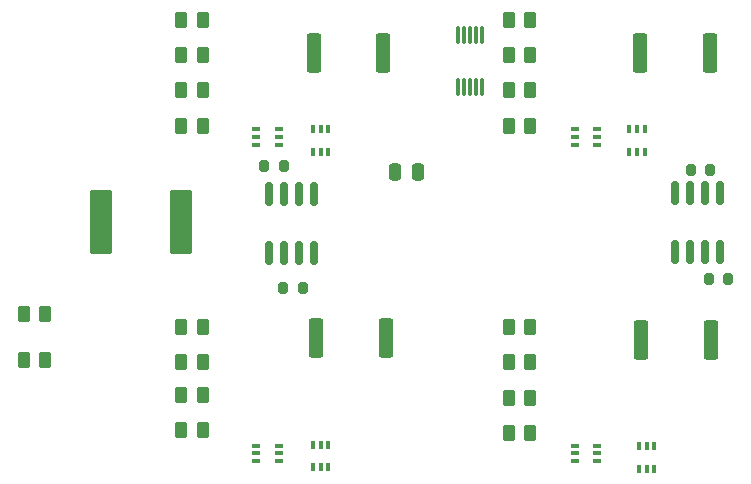
<source format=gbr>
%TF.GenerationSoftware,KiCad,Pcbnew,7.0.7*%
%TF.CreationDate,2024-06-03T19:27:50+02:00*%
%TF.ProjectId,control-board_v1,636f6e74-726f-46c2-9d62-6f6172645f76,rev?*%
%TF.SameCoordinates,Original*%
%TF.FileFunction,Paste,Bot*%
%TF.FilePolarity,Positive*%
%FSLAX46Y46*%
G04 Gerber Fmt 4.6, Leading zero omitted, Abs format (unit mm)*
G04 Created by KiCad (PCBNEW 7.0.7) date 2024-06-03 19:27:50*
%MOMM*%
%LPD*%
G01*
G04 APERTURE LIST*
G04 Aperture macros list*
%AMRoundRect*
0 Rectangle with rounded corners*
0 $1 Rounding radius*
0 $2 $3 $4 $5 $6 $7 $8 $9 X,Y pos of 4 corners*
0 Add a 4 corners polygon primitive as box body*
4,1,4,$2,$3,$4,$5,$6,$7,$8,$9,$2,$3,0*
0 Add four circle primitives for the rounded corners*
1,1,$1+$1,$2,$3*
1,1,$1+$1,$4,$5*
1,1,$1+$1,$6,$7*
1,1,$1+$1,$8,$9*
0 Add four rect primitives between the rounded corners*
20,1,$1+$1,$2,$3,$4,$5,0*
20,1,$1+$1,$4,$5,$6,$7,0*
20,1,$1+$1,$6,$7,$8,$9,0*
20,1,$1+$1,$8,$9,$2,$3,0*%
G04 Aperture macros list end*
%ADD10RoundRect,0.250000X0.262500X0.450000X-0.262500X0.450000X-0.262500X-0.450000X0.262500X-0.450000X0*%
%ADD11R,0.650000X0.400000*%
%ADD12RoundRect,0.150000X0.150000X-0.825000X0.150000X0.825000X-0.150000X0.825000X-0.150000X-0.825000X0*%
%ADD13R,0.400000X0.650000*%
%ADD14RoundRect,0.250000X-0.362500X-1.425000X0.362500X-1.425000X0.362500X1.425000X-0.362500X1.425000X0*%
%ADD15RoundRect,0.200000X0.200000X0.275000X-0.200000X0.275000X-0.200000X-0.275000X0.200000X-0.275000X0*%
%ADD16RoundRect,0.075000X-0.075000X0.650000X-0.075000X-0.650000X0.075000X-0.650000X0.075000X0.650000X0*%
%ADD17RoundRect,0.200000X-0.200000X-0.275000X0.200000X-0.275000X0.200000X0.275000X-0.200000X0.275000X0*%
%ADD18RoundRect,0.250000X0.250000X0.475000X-0.250000X0.475000X-0.250000X-0.475000X0.250000X-0.475000X0*%
%ADD19RoundRect,0.150000X-0.150000X0.825000X-0.150000X-0.825000X0.150000X-0.825000X0.150000X0.825000X0*%
%ADD20RoundRect,0.250000X-0.712500X-2.475000X0.712500X-2.475000X0.712500X2.475000X-0.712500X2.475000X0*%
G04 APERTURE END LIST*
D10*
%TO.C,R9*%
X63962500Y-51000000D03*
X62137500Y-51000000D03*
%TD*%
%TO.C,R4*%
X36242500Y-28000000D03*
X34417500Y-28000000D03*
%TD*%
%TO.C,R3*%
X36242500Y-25000000D03*
X34417500Y-25000000D03*
%TD*%
D11*
%TO.C,Q1*%
X40740000Y-35590000D03*
X40740000Y-34940000D03*
X40740000Y-34290000D03*
X42640000Y-34290000D03*
X42640000Y-34940000D03*
X42640000Y-35590000D03*
%TD*%
D10*
%TO.C,R11*%
X63962500Y-57000000D03*
X62137500Y-57000000D03*
%TD*%
%TO.C,R12*%
X63962500Y-60000000D03*
X62137500Y-60000000D03*
%TD*%
D12*
%TO.C,U6*%
X80000000Y-44670000D03*
X78730000Y-44670000D03*
X77460000Y-44670000D03*
X76190000Y-44670000D03*
X76190000Y-39720000D03*
X77460000Y-39720000D03*
X78730000Y-39720000D03*
X80000000Y-39720000D03*
%TD*%
D13*
%TO.C,Q5*%
X73160000Y-61120000D03*
X73810000Y-61120000D03*
X74460000Y-61120000D03*
X74460000Y-63020000D03*
X73810000Y-63020000D03*
X73160000Y-63020000D03*
%TD*%
D14*
%TO.C,R23*%
X73327500Y-52150000D03*
X79252500Y-52150000D03*
%TD*%
D10*
%TO.C,R2*%
X36242500Y-31000000D03*
X34417500Y-31000000D03*
%TD*%
%TO.C,R1*%
X36242500Y-34000000D03*
X34417500Y-34000000D03*
%TD*%
%TO.C,R16*%
X63962500Y-34000000D03*
X62137500Y-34000000D03*
%TD*%
%TO.C,R10*%
X63962500Y-54000000D03*
X62137500Y-54000000D03*
%TD*%
D11*
%TO.C,Q4*%
X42640000Y-61070000D03*
X42640000Y-61720000D03*
X42640000Y-62370000D03*
X40740000Y-62370000D03*
X40740000Y-61720000D03*
X40740000Y-61070000D03*
%TD*%
D14*
%TO.C,R42*%
X45597500Y-27870000D03*
X51522500Y-27870000D03*
%TD*%
D10*
%TO.C,R14*%
X63962500Y-28000000D03*
X62137500Y-28000000D03*
%TD*%
D14*
%TO.C,R24*%
X73277500Y-27870000D03*
X79202500Y-27870000D03*
%TD*%
D15*
%TO.C,R28*%
X80725000Y-46940000D03*
X79075000Y-46940000D03*
%TD*%
D11*
%TO.C,Q8*%
X69610000Y-34290000D03*
X69610000Y-34940000D03*
X69610000Y-35590000D03*
X67710000Y-35590000D03*
X67710000Y-34940000D03*
X67710000Y-34290000D03*
%TD*%
D10*
%TO.C,R17*%
X22905000Y-53791250D03*
X21080000Y-53791250D03*
%TD*%
%TO.C,R6*%
X36242500Y-54000000D03*
X34417500Y-54000000D03*
%TD*%
%TO.C,R13*%
X63962500Y-25000000D03*
X62137500Y-25000000D03*
%TD*%
D16*
%TO.C,U3*%
X57830000Y-26310000D03*
X58330000Y-26310000D03*
X58830000Y-26310000D03*
X59330000Y-26310000D03*
X59830000Y-26310000D03*
X59830000Y-30710000D03*
X59330000Y-30710000D03*
X58830000Y-30710000D03*
X58330000Y-30710000D03*
X57830000Y-30710000D03*
%TD*%
D17*
%TO.C,R20*%
X41435000Y-37410000D03*
X43085000Y-37410000D03*
%TD*%
D10*
%TO.C,R5*%
X36242500Y-51000000D03*
X34417500Y-51000000D03*
%TD*%
%TO.C,R8*%
X36242500Y-59780000D03*
X34417500Y-59780000D03*
%TD*%
%TO.C,R18*%
X22905000Y-49891250D03*
X21080000Y-49891250D03*
%TD*%
%TO.C,R7*%
X36242500Y-56780000D03*
X34417500Y-56780000D03*
%TD*%
D13*
%TO.C,Q7*%
X72340000Y-34300000D03*
X72990000Y-34300000D03*
X73640000Y-34300000D03*
X73640000Y-36200000D03*
X72990000Y-36200000D03*
X72340000Y-36200000D03*
%TD*%
%TO.C,Q3*%
X45560000Y-61020000D03*
X46210000Y-61020000D03*
X46860000Y-61020000D03*
X46860000Y-62920000D03*
X46210000Y-62920000D03*
X45560000Y-62920000D03*
%TD*%
D11*
%TO.C,Q6*%
X69610000Y-61070000D03*
X69610000Y-61720000D03*
X69610000Y-62370000D03*
X67710000Y-62370000D03*
X67710000Y-61720000D03*
X67710000Y-61070000D03*
%TD*%
D10*
%TO.C,R15*%
X63962500Y-31000000D03*
X62137500Y-31000000D03*
%TD*%
D18*
%TO.C,C2*%
X54420000Y-37870000D03*
X52520000Y-37870000D03*
%TD*%
D19*
%TO.C,U4*%
X41860000Y-39800000D03*
X43130000Y-39800000D03*
X44400000Y-39800000D03*
X45670000Y-39800000D03*
X45670000Y-44750000D03*
X44400000Y-44750000D03*
X43130000Y-44750000D03*
X41860000Y-44750000D03*
%TD*%
D20*
%TO.C,F1*%
X27632500Y-42170000D03*
X34407500Y-42170000D03*
%TD*%
D13*
%TO.C,Q2*%
X46860000Y-36180000D03*
X46210000Y-36180000D03*
X45560000Y-36180000D03*
X45560000Y-34280000D03*
X46210000Y-34280000D03*
X46860000Y-34280000D03*
%TD*%
D17*
%TO.C,R22*%
X43045000Y-47710000D03*
X44695000Y-47710000D03*
%TD*%
D15*
%TO.C,R27*%
X79205000Y-37740000D03*
X77555000Y-37740000D03*
%TD*%
D14*
%TO.C,R47*%
X45775000Y-51990000D03*
X51700000Y-51990000D03*
%TD*%
M02*

</source>
